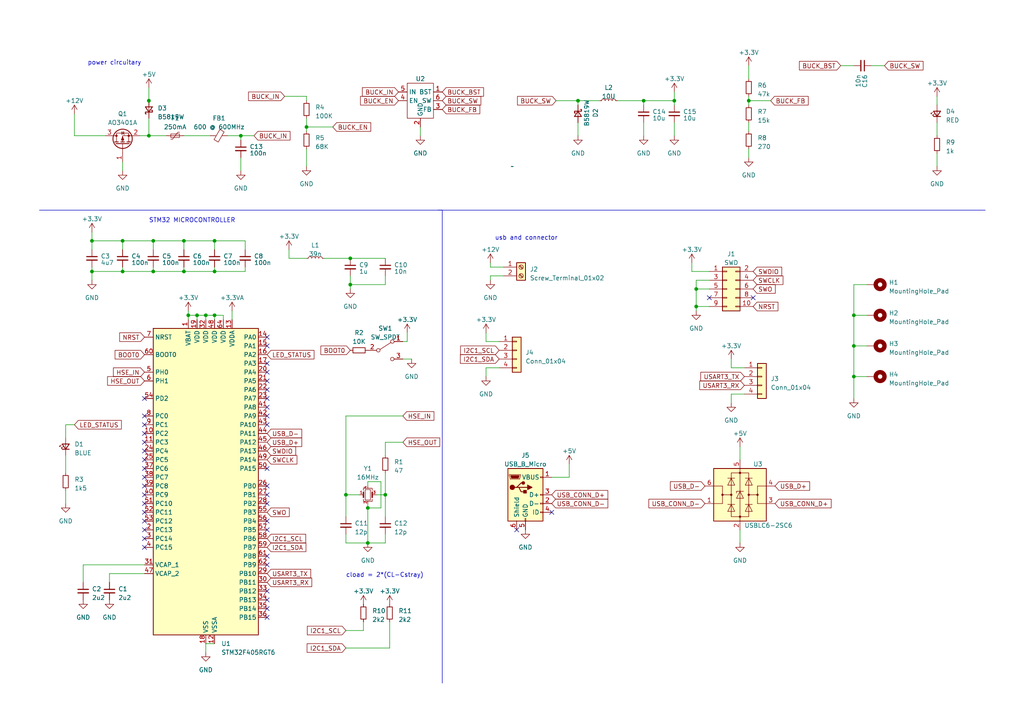
<source format=kicad_sch>
(kicad_sch (version 20230121) (generator eeschema)
  (paper "A4")
  (lib_symbols
    (symbol "Connector:Screw_Terminal_01x02" (pin_names (offset 1.016) hide)
      (property "Reference" "J" (at 0 2.54 0))
      (property "Value" "Screw_Terminal_01x02" (at 0 -5.08 0))
      (symbol "Screw_Terminal_01x02_1_1"
        (pin passive line (at -5.08 0 0) (length 3.81) (name "Pin_1") (number "1"))
        (pin passive line (at -5.08 -2.54 0) (length 3.81) (name "Pin_2") (number "2"))
      )
    )
    (symbol "Connector:USB_B_Micro" (pin_names (offset 1.016))
      (property "Reference" "J" (at -5.08 11.43 0))
      (property "Value" "USB_B_Micro" (at -5.08 8.89 0))
      (symbol "USB_B_Micro_1_1"
        (pin power_out line (at 7.62 5.08 180) (length 2.54) (name "VBUS") (number "1"))
        (pin bidirectional line (at 7.62 -2.54 180) (length 2.54) (name "D-") (number "2"))
        (pin bidirectional line (at 7.62 0 180) (length 2.54) (name "D+") (number "3"))
        (pin passive line (at 7.62 -5.08 180) (length 2.54) (name "ID") (number "4"))
        (pin power_out line (at 0 -10.16 90) (length 2.54) (name "GND") (number "5"))
        (pin passive line (at -2.54 -10.16 90) (length 2.54) (name "Shield") (number "6"))
      )
    )
    (symbol "Connector_Generic:Conn_01x04" (pin_names (offset 1.016) hide)
      (property "Reference" "J" (at 0 5.08 0))
      (property "Value" "Conn_01x04" (at 0 -7.62 0))
      (symbol "Conn_01x04_1_1"
        (pin passive line (at -5.08 2.54 0) (length 3.81) (name "Pin_1") (number "1"))
        (pin passive line (at -5.08 0 0) (length 3.81) (name "Pin_2") (number "2"))
        (pin passive line (at -5.08 -2.54 0) (length 3.81) (name "Pin_3") (number "3"))
        (pin passive line (at -5.08 -5.08 0) (length 3.81) (name "Pin_4") (number "4"))
      )
    )
    (symbol "Connector_Generic:Conn_02x05_Odd_Even" (pin_names (offset 1.016) hide)
      (property "Reference" "J" (at 1.27 7.62 0))
      (property "Value" "Conn_02x05_Odd_Even" (at 1.27 -7.62 0))
      (symbol "Conn_02x05_Odd_Even_1_1"
        (pin passive line (at -5.08 5.08 0) (length 3.81) (name "Pin_1") (number "1"))
        (pin passive line (at 7.62 -5.08 180) (length 3.81) (name "Pin_10") (number "10"))
        (pin passive line (at 7.62 5.08 180) (length 3.81) (name "Pin_2") (number "2"))
        (pin passive line (at -5.08 2.54 0) (length 3.81) (name "Pin_3") (number "3"))
        (pin passive line (at 7.62 2.54 180) (length 3.81) (name "Pin_4") (number "4"))
        (pin passive line (at -5.08 0 0) (length 3.81) (name "Pin_5") (number "5"))
        (pin passive line (at 7.62 0 180) (length 3.81) (name "Pin_6") (number "6"))
        (pin passive line (at -5.08 -2.54 0) (length 3.81) (name "Pin_7") (number "7"))
        (pin passive line (at 7.62 -2.54 180) (length 3.81) (name "Pin_8") (number "8"))
        (pin passive line (at -5.08 -5.08 0) (length 3.81) (name "Pin_9") (number "9"))
      )
    )
    (symbol "Device:C_Small" (pin_numbers hide) (pin_names (offset 0.254) hide)
      (property "Reference" "C" (at 0.254 1.778 0))
      (property "Value" "C_Small" (at 0.254 -2.032 0))
      (symbol "C_Small_1_1"
        (pin passive line (at 0 2.54 270) (length 2.032) (name "~") (number "1"))
        (pin passive line (at 0 -2.54 90) (length 2.032) (name "~") (number "2"))
      )
    )
    (symbol "Device:Crystal_GND24_Small" (pin_names (offset 1.016) hide)
      (property "Reference" "Y" (at 1.27 4.445 0))
      (property "Value" "Crystal_GND24_Small" (at 1.27 2.54 0))
      (symbol "Crystal_GND24_Small_1_1"
        (pin passive line (at -2.54 0 0) (length 1.27) (name "1") (number "1"))
        (pin passive line (at 0 -2.54 90) (length 0.635) (name "2") (number "2"))
        (pin passive line (at 2.54 0 180) (length 1.27) (name "3") (number "3"))
        (pin passive line (at 0 2.54 270) (length 0.635) (name "4") (number "4"))
      )
    )
    (symbol "Device:D_Schottky_Small" (pin_numbers hide) (pin_names (offset 0.254) hide)
      (property "Reference" "D" (at -1.27 2.032 0))
      (property "Value" "D_Schottky_Small" (at -7.112 -2.032 0))
      (symbol "D_Schottky_Small_1_1"
        (pin passive line (at -2.54 0 0) (length 1.778) (name "K") (number "1"))
        (pin passive line (at 2.54 0 180) (length 1.778) (name "A") (number "2"))
      )
    )
    (symbol "Device:FerriteBead_Small" (pin_numbers hide) (pin_names (offset 0))
      (property "Reference" "FB" (at 1.905 1.27 0))
      (property "Value" "FerriteBead_Small" (at 1.905 -1.27 0))
      (symbol "FerriteBead_Small_1_1"
        (pin passive line (at 0 2.54 270) (length 1.27) (name "~") (number "1"))
        (pin passive line (at 0 -2.54 90) (length 1.27) (name "~") (number "2"))
      )
    )
    (symbol "Device:LED_Small" (pin_numbers hide) (pin_names (offset 0.254) hide)
      (property "Reference" "D" (at -1.27 3.175 0))
      (property "Value" "LED_Small" (at -4.445 -2.54 0))
      (symbol "LED_Small_1_1"
        (pin passive line (at -2.54 0 0) (length 1.778) (name "K") (number "1"))
        (pin passive line (at 2.54 0 180) (length 1.778) (name "A") (number "2"))
      )
    )
    (symbol "Device:L_Small" (pin_numbers hide) (pin_names (offset 0.254) hide)
      (property "Reference" "L" (at 0.762 1.016 0))
      (property "Value" "L_Small" (at 0.762 -1.016 0))
      (symbol "L_Small_1_1"
        (pin passive line (at 0 2.54 270) (length 0.508) (name "~") (number "1"))
        (pin passive line (at 0 -2.54 90) (length 0.508) (name "~") (number "2"))
      )
    )
    (symbol "Device:Polyfuse_Small" (pin_numbers hide) (pin_names (offset 0))
      (property "Reference" "F" (at -1.905 0 90))
      (property "Value" "Polyfuse_Small" (at 1.905 0 90))
      (symbol "Polyfuse_Small_1_1"
        (pin passive line (at 0 2.54 270) (length 0.635) (name "~") (number "1"))
        (pin passive line (at 0 -2.54 90) (length 0.635) (name "~") (number "2"))
      )
    )
    (symbol "Device:R_Small" (pin_numbers hide) (pin_names (offset 0.254) hide)
      (property "Reference" "R" (at 0.762 0.508 0))
      (property "Value" "R_Small" (at 0.762 -1.016 0))
      (symbol "R_Small_1_1"
        (pin passive line (at 0 2.54 270) (length 0.762) (name "~") (number "1"))
        (pin passive line (at 0 -2.54 90) (length 0.762) (name "~") (number "2"))
      )
    )
    (symbol "MCU_ST_STM32F4:STM32F405RGTx"
      (property "Reference" "U" (at -15.24 46.99 0))
      (property "Value" "STM32F405RGTx" (at 10.16 46.99 0))
      (symbol "STM32F405RGTx_1_1"
        (pin power_in line (at -5.08 48.26 270) (length 2.54) (name "VBAT") (number "1"))
        (pin bidirectional line (at -17.78 15.24 0) (length 2.54) (name "PC2") (number "10"))
        (pin bidirectional line (at -17.78 12.7 0) (length 2.54) (name "PC3") (number "11"))
        (pin power_in line (at 2.54 -45.72 90) (length 2.54) (name "VSSA") (number "12"))
        (pin power_in line (at 7.62 48.26 270) (length 2.54) (name "VDDA") (number "13"))
        (pin bidirectional line (at 17.78 43.18 180) (length 2.54) (name "PA0") (number "14"))
        (pin bidirectional line (at 17.78 40.64 180) (length 2.54) (name "PA1") (number "15"))
        (pin bidirectional line (at 17.78 38.1 180) (length 2.54) (name "PA2") (number "16"))
        (pin bidirectional line (at 17.78 35.56 180) (length 2.54) (name "PA3") (number "17"))
        (pin power_in line (at 0 -45.72 90) (length 2.54) (name "VSS") (number "18"))
        (pin power_in line (at -2.54 48.26 270) (length 2.54) (name "VDD") (number "19"))
        (pin bidirectional line (at -17.78 -12.7 0) (length 2.54) (name "PC13") (number "2"))
        (pin bidirectional line (at 17.78 33.02 180) (length 2.54) (name "PA4") (number "20"))
        (pin bidirectional line (at 17.78 30.48 180) (length 2.54) (name "PA5") (number "21"))
        (pin bidirectional line (at 17.78 27.94 180) (length 2.54) (name "PA6") (number "22"))
        (pin bidirectional line (at 17.78 25.4 180) (length 2.54) (name "PA7") (number "23"))
        (pin bidirectional line (at -17.78 10.16 0) (length 2.54) (name "PC4") (number "24"))
        (pin bidirectional line (at -17.78 7.62 0) (length 2.54) (name "PC5") (number "25"))
        (pin bidirectional line (at 17.78 0 180) (length 2.54) (name "PB0") (number "26"))
        (pin bidirectional line (at 17.78 -2.54 180) (length 2.54) (name "PB1") (number "27"))
        (pin bidirectional line (at 17.78 -5.08 180) (length 2.54) (name "PB2") (number "28"))
        (pin bidirectional line (at 17.78 -25.4 180) (length 2.54) (name "PB10") (number "29"))
        (pin bidirectional line (at -17.78 -15.24 0) (length 2.54) (name "PC14") (number "3"))
        (pin bidirectional line (at 17.78 -27.94 180) (length 2.54) (name "PB11") (number "30"))
        (pin power_out line (at -17.78 -22.86 0) (length 2.54) (name "VCAP_1") (number "31"))
        (pin power_in line (at 0 48.26 270) (length 2.54) (name "VDD") (number "32"))
        (pin bidirectional line (at 17.78 -30.48 180) (length 2.54) (name "PB12") (number "33"))
        (pin bidirectional line (at 17.78 -33.02 180) (length 2.54) (name "PB13") (number "34"))
        (pin bidirectional line (at 17.78 -35.56 180) (length 2.54) (name "PB14") (number "35"))
        (pin bidirectional line (at 17.78 -38.1 180) (length 2.54) (name "PB15") (number "36"))
        (pin bidirectional line (at -17.78 5.08 0) (length 2.54) (name "PC6") (number "37"))
        (pin bidirectional line (at -17.78 2.54 0) (length 2.54) (name "PC7") (number "38"))
        (pin bidirectional line (at -17.78 0 0) (length 2.54) (name "PC8") (number "39"))
        (pin bidirectional line (at -17.78 -17.78 0) (length 2.54) (name "PC15") (number "4"))
        (pin bidirectional line (at -17.78 -2.54 0) (length 2.54) (name "PC9") (number "40"))
        (pin bidirectional line (at 17.78 22.86 180) (length 2.54) (name "PA8") (number "41"))
        (pin bidirectional line (at 17.78 20.32 180) (length 2.54) (name "PA9") (number "42"))
        (pin bidirectional line (at 17.78 17.78 180) (length 2.54) (name "PA10") (number "43"))
        (pin bidirectional line (at 17.78 15.24 180) (length 2.54) (name "PA11") (number "44"))
        (pin bidirectional line (at 17.78 12.7 180) (length 2.54) (name "PA12") (number "45"))
        (pin bidirectional line (at 17.78 10.16 180) (length 2.54) (name "PA13") (number "46"))
        (pin power_out line (at -17.78 -25.4 0) (length 2.54) (name "VCAP_2") (number "47"))
        (pin power_in line (at 2.54 48.26 270) (length 2.54) (name "VDD") (number "48"))
        (pin bidirectional line (at 17.78 7.62 180) (length 2.54) (name "PA14") (number "49"))
        (pin bidirectional line (at -17.78 33.02 0) (length 2.54) (name "PH0") (number "5"))
        (pin bidirectional line (at 17.78 5.08 180) (length 2.54) (name "PA15") (number "50"))
        (pin bidirectional line (at -17.78 -5.08 0) (length 2.54) (name "PC10") (number "51"))
        (pin bidirectional line (at -17.78 -7.62 0) (length 2.54) (name "PC11") (number "52"))
        (pin bidirectional line (at -17.78 -10.16 0) (length 2.54) (name "PC12") (number "53"))
        (pin bidirectional line (at -17.78 25.4 0) (length 2.54) (name "PD2") (number "54"))
        (pin bidirectional line (at 17.78 -7.62 180) (length 2.54) (name "PB3") (number "55"))
        (pin bidirectional line (at 17.78 -10.16 180) (length 2.54) (name "PB4") (number "56"))
        (pin bidirectional line (at 17.78 -12.7 180) (length 2.54) (name "PB5") (number "57"))
        (pin bidirectional line (at 17.78 -15.24 180) (length 2.54) (name "PB6") (number "58"))
        (pin bidirectional line (at 17.78 -17.78 180) (length 2.54) (name "PB7") (number "59"))
        (pin bidirectional line (at -17.78 30.48 0) (length 2.54) (name "PH1") (number "6"))
        (pin input line (at -17.78 38.1 0) (length 2.54) (name "BOOT0") (number "60"))
        (pin bidirectional line (at 17.78 -20.32 180) (length 2.54) (name "PB8") (number "61"))
        (pin bidirectional line (at 17.78 -22.86 180) (length 2.54) (name "PB9") (number "62"))
        (pin passive line (at 0 -45.72 90) (length 2.54) hide (name "VSS") (number "63"))
        (pin power_in line (at 5.08 48.26 270) (length 2.54) (name "VDD") (number "64"))
        (pin input line (at -17.78 43.18 0) (length 2.54) (name "NRST") (number "7"))
        (pin bidirectional line (at -17.78 20.32 0) (length 2.54) (name "PC0") (number "8"))
        (pin bidirectional line (at -17.78 17.78 0) (length 2.54) (name "PC1") (number "9"))
      )
    )
    (symbol "Mechanical:MountingHole_Pad" (pin_numbers hide) (pin_names (offset 1.016) hide)
      (property "Reference" "H" (at 0 6.35 0))
      (property "Value" "MountingHole_Pad" (at 0 4.445 0))
      (symbol "MountingHole_Pad_1_1"
        (pin input line (at 0 -2.54 90) (length 2.54) (name "1") (number "1"))
      )
    )
    (symbol "Power_Protection:USBLC6-2SC6" (pin_names hide)
      (property "Reference" "U" (at 2.54 8.89 0))
      (property "Value" "USBLC6-2SC6" (at 2.54 -8.89 0))
      (symbol "USBLC6-2SC6_1_1"
        (pin passive line (at -10.16 -2.54 0) (length 2.54) (name "I/O1") (number "1"))
        (pin passive line (at 0 -10.16 90) (length 2.54) (name "GND") (number "2"))
        (pin passive line (at 10.16 -2.54 180) (length 2.54) (name "I/O2") (number "3"))
        (pin passive line (at 10.16 2.54 180) (length 2.54) (name "I/O2") (number "4"))
        (pin passive line (at 0 10.16 270) (length 2.54) (name "VBUS") (number "5"))
        (pin passive line (at -10.16 2.54 0) (length 2.54) (name "I/O1") (number "6"))
      )
    )
    (symbol "Switch:SW_SPDT" (pin_names (offset 0) hide)
      (property "Reference" "SW" (at 0 4.318 0))
      (property "Value" "SW_SPDT" (at 0 -5.08 0))
      (symbol "SW_SPDT_1_1"
        (pin passive line (at 5.08 2.54 180) (length 2.54) (name "A") (number "1"))
        (pin passive line (at -5.08 0 0) (length 2.54) (name "B") (number "2"))
        (pin passive line (at 5.08 -2.54 180) (length 2.54) (name "C") (number "3"))
      )
    )
    (symbol "Transistor_FET:AO3401A" (pin_names hide)
      (property "Reference" "Q" (at 5.08 1.905 0))
      (property "Value" "AO3401A" (at 5.08 0 0))
      (symbol "AO3401A_1_1"
        (pin input line (at -5.08 0 0) (length 2.54) (name "G") (number "1"))
        (pin passive line (at 2.54 -5.08 90) (length 2.54) (name "S") (number "2"))
        (pin passive line (at 2.54 5.08 270) (length 2.54) (name "D") (number "3"))
      )
    )
    (symbol "mp2359:MP2359DI-LF-Z"
      (property "Reference" "U" (at 0 0 0))
      (symbol "MP2359DI-LF-Z_1_1"
        (pin input line (at -20.32 21.59 180) (length 2.54) (name "BST") (number "1"))
        (pin input line (at -26.67 11.43 90) (length 2.54) (name "GND") (number "2"))
        (pin input line (at -20.32 16.51 180) (length 2.54) (name "FB") (number "3"))
        (pin input line (at -33.02 19.05 0) (length 2.54) (name "EN") (number "4"))
        (pin input line (at -33.02 21.59 0) (length 2.54) (name "IN") (number "5"))
        (pin input line (at -20.32 19.05 180) (length 2.54) (name "SW") (number "6"))
      )
    )
    (symbol "power:+12V" (power) (pin_names (offset 0))
      (property "Value" "+12V" (at 0 3.556 0))
      (symbol "+12V_1_1"
        (pin power_in line (at 0 0 90) (length 0) hide (name "+12V") (number "1"))
      )
    )
    (symbol "power:+3.3V" (power) (pin_names (offset 0))
      (property "Value" "+3.3V" (at 0 3.556 0))
      (symbol "+3.3V_1_1"
        (pin power_in line (at 0 0 90) (length 0) hide (name "+3.3V") (number "1"))
      )
    )
    (symbol "power:+3.3VA" (power) (pin_names (offset 0))
      (property "Value" "+3.3VA" (at 0 3.556 0))
      (symbol "+3.3VA_1_1"
        (pin power_in line (at 0 0 90) (length 0) hide (name "+3.3VA") (number "1"))
      )
    )
    (symbol "power:+5V" (power) (pin_names (offset 0))
      (property "Value" "+5V" (at 0 3.556 0))
      (symbol "+5V_1_1"
        (pin power_in line (at 0 0 90) (length 0) hide (name "+5V") (number "1"))
      )
    )
    (symbol "power:GND" (power) (pin_names (offset 0))
      (property "Value" "GND" (at 0 -3.81 0))
      (symbol "GND_1_1"
        (pin power_in line (at 0 0 270) (length 0) hide (name "GND") (number "1"))
      )
    )
  )
  (junction (at 247.65 100.33))
  (junction (at 26.67 78.74))
  (junction (at 106.68 147.32))
  (junction (at 111.76 143.51))
  (junction (at 35.56 69.85))
  (junction (at 62.23 78.74))
  (junction (at 201.93 88.9))
  (junction (at 247.65 109.22))
  (junction (at 54.61 91.44))
  (junction (at 44.45 78.74))
  (junction (at 100.33 143.51))
  (junction (at 43.18 29.21))
  (junction (at 106.68 157.48))
  (junction (at 44.45 69.85))
  (junction (at 59.69 91.44))
  (junction (at 53.34 78.74))
  (junction (at 53.34 69.85))
  (junction (at 101.6 82.55))
  (junction (at 88.9 36.83))
  (junction (at 247.65 91.44))
  (junction (at 43.18 39.37))
  (junction (at 217.17 29.21))
  (junction (at 62.23 69.85))
  (junction (at 167.64 29.21))
  (junction (at 201.93 83.82))
  (junction (at 69.85 39.37))
  (junction (at 195.58 29.21))
  (junction (at 101.6 74.93))
  (junction (at 35.56 78.74))
  (junction (at 186.69 29.21))
  (junction (at 26.67 69.85))
  (junction (at 62.23 91.44))
  (junction (at 57.15 91.44))
  (no_connect (at 41.91 158.75))
  (no_connect (at 77.47 171.45))
  (no_connect (at 41.91 138.43))
  (no_connect (at 41.91 146.05))
  (no_connect (at 41.91 153.67))
  (no_connect (at 41.91 143.51))
  (no_connect (at 205.74 86.36))
  (no_connect (at 77.47 105.41))
  (no_connect (at 41.91 133.35))
  (no_connect (at 160.02 148.59))
  (no_connect (at 77.47 135.89))
  (no_connect (at 149.86 153.67))
  (no_connect (at 41.91 120.65))
  (no_connect (at 77.47 110.49))
  (no_connect (at 218.44 86.36))
  (no_connect (at 77.47 143.51))
  (no_connect (at 77.47 120.65))
  (no_connect (at 77.47 140.97))
  (no_connect (at 77.47 176.53))
  (no_connect (at 77.47 100.33))
  (no_connect (at 41.91 130.81))
  (no_connect (at 77.47 179.07))
  (no_connect (at 41.91 140.97))
  (no_connect (at 77.47 146.05))
  (no_connect (at 41.91 151.13))
  (no_connect (at 41.91 115.57))
  (no_connect (at 77.47 123.19))
  (no_connect (at 41.91 148.59))
  (no_connect (at 77.47 107.95))
  (no_connect (at 77.47 153.67))
  (no_connect (at 77.47 113.03))
  (no_connect (at 41.91 125.73))
  (no_connect (at 77.47 161.29))
  (no_connect (at 77.47 173.99))
  (no_connect (at 41.91 123.19))
  (no_connect (at 77.47 118.11))
  (no_connect (at 41.91 156.21))
  (no_connect (at 77.47 151.13))
  (no_connect (at 41.91 128.27))
  (no_connect (at 41.91 135.89))
  (no_connect (at 77.47 97.79))
  (no_connect (at 77.47 163.83))
  (no_connect (at 77.47 115.57))
  (wire (pts (xy 186.69 29.21) (xy 186.69 30.48)))
  (wire (pts (xy 113.03 180.34) (xy 113.03 187.96)))
  (wire (pts (xy 271.78 27.94) (xy 271.78 30.48)))
  (wire (pts (xy 217.17 19.05) (xy 217.17 22.86)))
  (wire (pts (xy 62.23 77.47) (xy 62.23 78.74)))
  (wire (pts (xy 116.84 104.14) (xy 119.38 104.14)))
  (wire (pts (xy 212.09 116.84) (xy 212.09 114.3)))
  (wire (pts (xy 201.93 83.82) (xy 201.93 88.9)))
  (wire (pts (xy 57.15 91.44) (xy 57.15 92.71)))
  (wire (pts (xy 247.65 109.22) (xy 247.65 115.57)))
  (wire (pts (xy 100.33 149.86) (xy 100.33 143.51)))
  (wire (pts (xy 66.04 39.37) (xy 69.85 39.37)))
  (wire (pts (xy 111.76 128.27) (xy 116.84 128.27)))
  (wire (pts (xy 35.56 77.47) (xy 35.56 78.74)))
  (wire (pts (xy 214.63 153.67) (xy 214.63 157.48)))
  (wire (pts (xy 62.23 69.85) (xy 53.34 69.85)))
  (wire (pts (xy 167.64 29.21) (xy 167.64 30.48)))
  (wire (pts (xy 53.34 69.85) (xy 44.45 69.85)))
  (wire (pts (xy 24.13 163.83) (xy 24.13 168.91)))
  (wire (pts (xy 142.24 76.2) (xy 142.24 77.47)))
  (wire (pts (xy 142.24 80.01) (xy 142.24 81.28)))
  (wire (pts (xy 62.23 91.44) (xy 62.23 92.71)))
  (wire (pts (xy 59.69 186.69) (xy 62.23 186.69)))
  (wire (pts (xy 44.45 77.47) (xy 44.45 78.74)))
  (wire (pts (xy 111.76 132.08) (xy 111.76 128.27)))
  (wire (pts (xy 110.49 147.32) (xy 106.68 147.32)))
  (wire (pts (xy 43.18 25.4) (xy 43.18 29.21)))
  (wire (pts (xy 43.18 39.37) (xy 48.26 39.37)))
  (wire (pts (xy 44.45 78.74) (xy 35.56 78.74)))
  (polyline (pts (xy 127 60.96) (xy 285.75 60.96)))
  (wire (pts (xy 205.74 78.74) (xy 200.66 78.74)))
  (wire (pts (xy 62.23 78.74) (xy 53.34 78.74)))
  (wire (pts (xy 41.91 166.37) (xy 31.75 166.37)))
  (wire (pts (xy 144.78 99.06) (xy 140.97 99.06)))
  (wire (pts (xy 111.76 137.16) (xy 111.76 143.51)))
  (wire (pts (xy 101.6 80.01) (xy 101.6 82.55)))
  (wire (pts (xy 88.9 29.21) (xy 88.9 27.94)))
  (wire (pts (xy 83.82 74.93) (xy 88.9 74.93)))
  (wire (pts (xy 116.84 99.06) (xy 118.11 99.06)))
  (wire (pts (xy 144.78 106.68) (xy 140.97 106.68)))
  (wire (pts (xy 186.69 29.21) (xy 195.58 29.21)))
  (wire (pts (xy 100.33 143.51) (xy 104.14 143.51)))
  (wire (pts (xy 201.93 88.9) (xy 201.93 90.17)))
  (wire (pts (xy 59.69 91.44) (xy 62.23 91.44)))
  (wire (pts (xy 214.63 129.54) (xy 214.63 133.35)))
  (wire (pts (xy 251.46 82.55) (xy 247.65 82.55)))
  (wire (pts (xy 106.68 147.32) (xy 106.68 157.48)))
  (wire (pts (xy 247.65 91.44) (xy 247.65 100.33)))
  (wire (pts (xy 53.34 69.85) (xy 53.34 72.39)))
  (polyline (pts (xy 128.27 60.96) (xy 128.27 198.12)))
  (wire (pts (xy 247.65 109.22) (xy 251.46 109.22)))
  (wire (pts (xy 247.65 82.55) (xy 247.65 91.44)))
  (wire (pts (xy 111.76 82.55) (xy 101.6 82.55)))
  (wire (pts (xy 96.52 36.83) (xy 88.9 36.83)))
  (wire (pts (xy 69.85 39.37) (xy 69.85 40.64)))
  (wire (pts (xy 111.76 80.01) (xy 111.76 82.55)))
  (wire (pts (xy 161.29 29.21) (xy 167.64 29.21)))
  (wire (pts (xy 26.67 78.74) (xy 26.67 81.28)))
  (wire (pts (xy 44.45 69.85) (xy 35.56 69.85)))
  (wire (pts (xy 35.56 46.99) (xy 35.56 49.53)))
  (wire (pts (xy 26.67 69.85) (xy 26.67 72.39)))
  (wire (pts (xy 59.69 186.69) (xy 59.69 189.23)))
  (wire (pts (xy 54.61 90.17) (xy 54.61 91.44)))
  (wire (pts (xy 31.75 166.37) (xy 31.75 168.91)))
  (wire (pts (xy 212.09 104.14) (xy 212.09 106.68)))
  (wire (pts (xy 217.17 27.94) (xy 217.17 29.21)))
  (wire (pts (xy 101.6 74.93) (xy 111.76 74.93)))
  (wire (pts (xy 247.65 100.33) (xy 251.46 100.33)))
  (wire (pts (xy 105.41 180.34) (xy 105.41 182.88)))
  (wire (pts (xy 106.68 140.97) (xy 106.68 139.7)))
  (wire (pts (xy 105.41 182.88) (xy 100.33 182.88)))
  (wire (pts (xy 41.91 163.83) (xy 24.13 163.83)))
  (wire (pts (xy 43.18 34.29) (xy 43.18 39.37)))
  (wire (pts (xy 113.03 187.96) (xy 100.33 187.96)))
  (wire (pts (xy 111.76 143.51) (xy 111.76 149.86)))
  (wire (pts (xy 35.56 78.74) (xy 26.67 78.74)))
  (wire (pts (xy 212.09 114.3) (xy 215.9 114.3)))
  (wire (pts (xy 118.11 99.06) (xy 118.11 96.52)))
  (wire (pts (xy 111.76 157.48) (xy 111.76 154.94)))
  (wire (pts (xy 195.58 26.67) (xy 195.58 29.21)))
  (wire (pts (xy 26.67 77.47) (xy 26.67 78.74)))
  (wire (pts (xy 40.64 39.37) (xy 43.18 39.37)))
  (wire (pts (xy 195.58 29.21) (xy 195.58 30.48)))
  (wire (pts (xy 62.23 91.44) (xy 64.77 91.44)))
  (wire (pts (xy 59.69 91.44) (xy 59.69 92.71)))
  (wire (pts (xy 101.6 74.93) (xy 93.98 74.93)))
  (wire (pts (xy 271.78 35.56) (xy 271.78 39.37)))
  (wire (pts (xy 247.65 100.33) (xy 247.65 109.22)))
  (wire (pts (xy 19.05 142.24) (xy 19.05 146.05)))
  (polyline (pts (xy 11.43 60.96) (xy 128.27 60.96)))
  (wire (pts (xy 57.15 91.44) (xy 59.69 91.44)))
  (wire (pts (xy 100.33 120.65) (xy 100.33 143.51)))
  (wire (pts (xy 88.9 43.18) (xy 88.9 48.26)))
  (wire (pts (xy 53.34 77.47) (xy 53.34 78.74)))
  (wire (pts (xy 165.1 134.62) (xy 165.1 138.43)))
  (wire (pts (xy 88.9 27.94) (xy 82.55 27.94)))
  (wire (pts (xy 186.69 35.56) (xy 186.69 39.37)))
  (wire (pts (xy 205.74 81.28) (xy 201.93 81.28)))
  (wire (pts (xy 121.92 36.83) (xy 121.92 39.37)))
  (wire (pts (xy 217.17 29.21) (xy 217.17 30.48)))
  (wire (pts (xy 67.31 90.17) (xy 67.31 92.71)))
  (wire (pts (xy 21.59 39.37) (xy 30.48 39.37)))
  (wire (pts (xy 167.64 35.56) (xy 167.64 39.37)))
  (wire (pts (xy 247.65 91.44) (xy 251.46 91.44)))
  (wire (pts (xy 53.34 78.74) (xy 44.45 78.74)))
  (wire (pts (xy 140.97 99.06) (xy 140.97 96.52)))
  (wire (pts (xy 88.9 36.83) (xy 88.9 38.1)))
  (wire (pts (xy 146.05 80.01) (xy 142.24 80.01)))
  (wire (pts (xy 217.17 35.56) (xy 217.17 38.1)))
  (wire (pts (xy 53.34 39.37) (xy 60.96 39.37)))
  (wire (pts (xy 201.93 81.28) (xy 201.93 83.82)))
  (wire (pts (xy 71.12 78.74) (xy 62.23 78.74)))
  (wire (pts (xy 200.66 78.74) (xy 200.66 76.2)))
  (wire (pts (xy 19.05 127) (xy 19.05 123.19)))
  (wire (pts (xy 106.68 146.05) (xy 106.68 147.32)))
  (wire (pts (xy 243.84 19.05) (xy 247.65 19.05)))
  (wire (pts (xy 217.17 43.18) (xy 217.17 45.72)))
  (wire (pts (xy 64.77 92.71) (xy 64.77 91.44)))
  (wire (pts (xy 106.68 139.7) (xy 110.49 139.7)))
  (wire (pts (xy 35.56 69.85) (xy 35.56 72.39)))
  (wire (pts (xy 201.93 88.9) (xy 205.74 88.9)))
  (wire (pts (xy 26.67 67.31) (xy 26.67 69.85)))
  (wire (pts (xy 167.64 29.21) (xy 173.99 29.21)))
  (wire (pts (xy 142.24 77.47) (xy 146.05 77.47)))
  (wire (pts (xy 88.9 34.29) (xy 88.9 36.83)))
  (wire (pts (xy 19.05 132.08) (xy 19.05 137.16)))
  (wire (pts (xy 106.68 157.48) (xy 111.76 157.48)))
  (wire (pts (xy 101.6 82.55) (xy 101.6 83.82)))
  (wire (pts (xy 71.12 69.85) (xy 62.23 69.85)))
  (wire (pts (xy 100.33 154.94) (xy 100.33 157.48)))
  (wire (pts (xy 109.22 143.51) (xy 111.76 143.51)))
  (wire (pts (xy 71.12 77.47) (xy 71.12 78.74)))
  (wire (pts (xy 100.33 157.48) (xy 106.68 157.48)))
  (wire (pts (xy 62.23 69.85) (xy 62.23 72.39)))
  (wire (pts (xy 217.17 29.21) (xy 223.52 29.21)))
  (wire (pts (xy 69.85 45.72) (xy 69.85 49.53)))
  (wire (pts (xy 21.59 33.02) (xy 21.59 39.37)))
  (wire (pts (xy 271.78 44.45) (xy 271.78 48.26)))
  (wire (pts (xy 212.09 106.68) (xy 215.9 106.68)))
  (wire (pts (xy 44.45 69.85) (xy 44.45 72.39)))
  (wire (pts (xy 140.97 106.68) (xy 140.97 109.22)))
  (wire (pts (xy 110.49 139.7) (xy 110.49 147.32)))
  (wire (pts (xy 195.58 35.56) (xy 195.58 39.37)))
  (wire (pts (xy 83.82 72.39) (xy 83.82 74.93)))
  (wire (pts (xy 71.12 72.39) (xy 71.12 69.85)))
  (wire (pts (xy 54.61 91.44) (xy 57.15 91.44)))
  (wire (pts (xy 201.93 83.82) (xy 205.74 83.82)))
  (wire (pts (xy 165.1 138.43) (xy 160.02 138.43)))
  (wire (pts (xy 69.85 39.37) (xy 73.66 39.37)))
  (wire (pts (xy 54.61 91.44) (xy 54.61 92.71)))
  (wire (pts (xy 100.33 120.65) (xy 116.84 120.65)))
  (wire (pts (xy 19.05 123.19) (xy 21.59 123.19)))
  (wire (pts (xy 179.07 29.21) (xy 186.69 29.21)))
  (wire (pts (xy 43.18 29.21) (xy 43.18 30.48)))
  (wire (pts (xy 252.73 19.05) (xy 256.54 19.05)))
  (wire (pts (xy 35.56 69.85) (xy 26.67 69.85)))
  (text "usb and connector" (at 143.51 69.85 0) (effects (font (size 1.27 1.27)) (justify left bottom)))
  (text "STM32 MICROCONTROLLER\n" (at 43.18 64.77 0) (effects (font (size 1.27 1.27)) (justify left bottom)))
  (text "power circuitary" (at 25.4 19.05 0) (effects (font (size 1.27 1.27)) (justify left bottom)))
  (text "cload = 2*(CL-Cstray)" (at 100.33 167.64 0) (effects (font (size 1.27 1.27)) (justify left bottom)))
  (global_label "USB_D+" (shape input) (at 224.79 140.97 0) (property "Intersheetrefs" "${INTERSHEET_REFS}" (effects hide)))
  (global_label "HSE_OUT" (shape input) (at 116.84 128.27 0) (property "Intersheetrefs" "${INTERSHEET_REFS}" (effects hide)))
  (global_label "BUCK_IN" (shape input) (at 73.66 39.37 0) (property "Intersheetrefs" "${INTERSHEET_REFS}" (effects hide)))
  (global_label "SWO" (shape input) (at 218.44 83.82 0) (property "Intersheetrefs" "${INTERSHEET_REFS}" (effects hide)))
  (global_label "NRST" (shape input) (at 218.44 88.9 0) (property "Intersheetrefs" "${INTERSHEET_REFS}" (effects hide)))
  (global_label "BUCK_BST" (shape input) (at 128.27 26.67 0) (property "Intersheetrefs" "${INTERSHEET_REFS}" (effects hide)))
  (global_label "BOOT0" (shape input) (at 101.6 101.6 180) (property "Intersheetrefs" "${INTERSHEET_REFS}" (effects hide)))
  (global_label "BOOT0" (shape input) (at 41.91 102.87 180) (property "Intersheetrefs" "${INTERSHEET_REFS}" (effects hide)))
  (global_label "BUCK_SW" (shape input) (at 128.27 29.21 0) (property "Intersheetrefs" "${INTERSHEET_REFS}" (effects hide)))
  (global_label "SWDIO" (shape input) (at 77.47 130.81 0) (property "Intersheetrefs" "${INTERSHEET_REFS}" (effects hide)))
  (global_label "BUCK_IN" (shape input) (at 115.57 26.67 180) (property "Intersheetrefs" "${INTERSHEET_REFS}" (effects hide)))
  (global_label "LED_STATUS" (shape input) (at 77.47 102.87 0) (property "Intersheetrefs" "${INTERSHEET_REFS}" (effects hide)))
  (global_label "HSE_IN" (shape input) (at 116.84 120.65 0) (property "Intersheetrefs" "${INTERSHEET_REFS}" (effects hide)))
  (global_label "BUCK_FB" (shape input) (at 223.52 29.21 0) (property "Intersheetrefs" "${INTERSHEET_REFS}" (effects hide)))
  (global_label "I2C1_SCL" (shape input) (at 144.78 101.6 180) (property "Intersheetrefs" "${INTERSHEET_REFS}" (effects hide)))
  (global_label "I2C1_SDA" (shape input) (at 144.78 104.14 180) (property "Intersheetrefs" "${INTERSHEET_REFS}" (effects hide)))
  (global_label "I2C1_SDA" (shape input) (at 77.47 158.75 0) (property "Intersheetrefs" "${INTERSHEET_REFS}" (effects hide)))
  (global_label "I2C1_SDA" (shape input) (at 100.33 187.96 180) (property "Intersheetrefs" "${INTERSHEET_REFS}" (effects hide)))
  (global_label "USART3_RX" (shape input) (at 77.47 168.91 0) (property "Intersheetrefs" "${INTERSHEET_REFS}" (effects hide)))
  (global_label "USB_CONN_D-" (shape input) (at 204.47 146.05 180) (property "Intersheetrefs" "${INTERSHEET_REFS}" (effects hide)))
  (global_label "I2C1_SCL" (shape input) (at 100.33 182.88 180) (property "Intersheetrefs" "${INTERSHEET_REFS}" (effects hide)))
  (global_label "LED_STATUS" (shape input) (at 21.59 123.19 0) (property "Intersheetrefs" "${INTERSHEET_REFS}" (effects hide)))
  (global_label "USB_CONN_D+" (shape input) (at 160.02 143.51 0) (property "Intersheetrefs" "${INTERSHEET_REFS}" (effects hide)))
  (global_label "USB_D-" (shape input) (at 204.47 140.97 180) (property "Intersheetrefs" "${INTERSHEET_REFS}" (effects hide)))
  (global_label "BUCK_EN" (shape input) (at 96.52 36.83 0) (property "Intersheetrefs" "${INTERSHEET_REFS}" (effects hide)))
  (global_label "HSE_IN" (shape input) (at 41.91 107.95 180) (property "Intersheetrefs" "${INTERSHEET_REFS}" (effects hide)))
  (global_label "NRST" (shape input) (at 41.91 97.79 180) (property "Intersheetrefs" "${INTERSHEET_REFS}" (effects hide)))
  (global_label "SWDIO" (shape input) (at 218.44 78.74 0) (property "Intersheetrefs" "${INTERSHEET_REFS}" (effects hide)))
  (global_label "BUCK_SW" (shape input) (at 256.54 19.05 0) (property "Intersheetrefs" "${INTERSHEET_REFS}" (effects hide)))
  (global_label "SWCLK" (shape input) (at 218.44 81.28 0) (property "Intersheetrefs" "${INTERSHEET_REFS}" (effects hide)))
  (global_label "USART3_TX" (shape input) (at 77.47 166.37 0) (property "Intersheetrefs" "${INTERSHEET_REFS}" (effects hide)))
  (global_label "USB_CONN_D-" (shape input) (at 160.02 146.05 0) (property "Intersheetrefs" "${INTERSHEET_REFS}" (effects hide)))
  (global_label "USART3_RX" (shape input) (at 215.9 111.76 180) (property "Intersheetrefs" "${INTERSHEET_REFS}" (effects hide)))
  (global_label "I2C1_SCL" (shape input) (at 77.47 156.21 0) (property "Intersheetrefs" "${INTERSHEET_REFS}" (effects hide)))
  (global_label "BUCK_FB" (shape input) (at 128.27 31.75 0) (property "Intersheetrefs" "${INTERSHEET_REFS}" (effects hide)))
  (global_label "USART3_TX" (shape input) (at 215.9 109.22 180) (property "Intersheetrefs" "${INTERSHEET_REFS}" (effects hide)))
  (global_label "HSE_OUT" (shape input) (at 41.91 110.49 180) (property "Intersheetrefs" "${INTERSHEET_REFS}" (effects hide)))
  (global_label "USB_CONN_D+" (shape input) (at 224.79 146.05 0) (property "Intersheetrefs" "${INTERSHEET_REFS}" (effects hide)))
  (global_label "BUCK_BST" (shape input) (at 243.84 19.05 180) (property "Intersheetrefs" "${INTERSHEET_REFS}" (effects hide)))
  (global_label "SWCLK" (shape input) (at 77.47 133.35 0) (property "Intersheetrefs" "${INTERSHEET_REFS}" (effects hide)))
  (global_label "USB_D+" (shape input) (at 77.47 128.27 0) (property "Intersheetrefs" "${INTERSHEET_REFS}" (effects hide)))
  (global_label "BUCK_IN" (shape input) (at 82.55 27.94 180) (property "Intersheetrefs" "${INTERSHEET_REFS}" (effects hide)))
  (global_label "BUCK_EN" (shape input) (at 115.57 29.21 180) (property "Intersheetrefs" "${INTERSHEET_REFS}" (effects hide)))
  (global_label "USB_D-" (shape input) (at 77.47 125.73 0) (property "Intersheetrefs" "${INTERSHEET_REFS}" (effects hide)))
  (global_label "BUCK_SW" (shape input) (at 161.29 29.21 180) (property "Intersheetrefs" "${INTERSHEET_REFS}" (effects hide)))
  (global_label "SWO" (shape input) (at 77.47 148.59 0) (property "Intersheetrefs" "${INTERSHEET_REFS}" (effects hide)))
  (symbol (lib_id "Device:R_Small") (at 217.17 40.64 180) (unit 1)
    (property "Reference" "R8" (at 219.71 40.005 0) (effects (justify right)))
    (property "Value" "270" (at 219.71 42.545 0) (effects (justify right)))
    (property "Footprint" "Resistor_SMD:R_0603_1608Metric" (effects hide))
  )
  (symbol (lib_id "Device:D_Schottky_Small") (at 167.64 33.02 270) (unit 1)
    (property "Reference" "D2" (at 172.72 32.766 0))
    (property "Value" "B5819W" (at 170.18 32.766 0))
    (property "Footprint" "Diode_SMD:D_SOD-123" (effects hide))
  )
  (symbol (lib_id "power:GND") (at 195.58 39.37 0) (unit 1)
    (property "Reference" "#PWR023" (effects hide))
    (property "Value" "GND" (at 195.58 44.45 0))
  )
  (symbol (lib_id "mp2359:MP2359DI-LF-Z") (at 148.59 48.26 0) (unit 1)
    (property "Reference" "U2" (at 121.92 22.86 0))
    (property "Value" "~" (at 148.59 48.26 0))
    (property "Footprint" "Package_TO_SOT_SMD:SOT-23-6" (effects hide))
  )
  (symbol (lib_id "power:GND") (at 31.75 173.99 0) (unit 1)
    (property "Reference" "#PWR03" (effects hide))
    (property "Value" "GND" (at 31.75 179.07 0))
  )
  (symbol (lib_id "Device:C_Small") (at 44.45 74.93 0) (unit 1)
    (property "Reference" "C5" (at 46.99 74.3013 0) (effects (justify left)))
    (property "Value" "100n" (at 46.99 76.2 0) (effects (justify left)))
    (property "Footprint" "Capacitor_SMD:C_0402_1005Metric" (effects hide))
  )
  (symbol (lib_id "power:GND") (at 101.6 83.82 0) (unit 1)
    (property "Reference" "#PWR012" (effects hide))
    (property "Value" "GND" (at 101.6 88.9 0))
  )
  (symbol (lib_id "Device:C_Small") (at 53.34 74.93 0) (unit 1)
    (property "Reference" "C6" (at 55.88 74.3013 0) (effects (justify left)))
    (property "Value" "100n" (at 55.88 76.2 0) (effects (justify left)))
    (property "Footprint" "Capacitor_SMD:C_0402_1005Metric" (effects hide))
  )
  (symbol (lib_id "power:+3.3V") (at 140.97 96.52 0) (unit 1)
    (property "Reference" "#PWR034" (effects hide))
    (property "Value" "+3.3V" (at 140.97 92.71 0))
  )
  (symbol (lib_id "power:+3.3V") (at 217.17 19.05 0) (unit 1)
    (property "Reference" "#PWR026" (effects hide))
    (property "Value" "+3.3V" (at 217.17 15.24 0))
  )
  (symbol (lib_id "Device:C_Small") (at 100.33 152.4 0) (unit 1)
    (property "Reference" "C11" (at 102.87 151.7713 0) (effects (justify left)))
    (property "Value" "12p" (at 102.87 154.3113 0) (effects (justify left)))
    (property "Footprint" "Capacitor_SMD:C_0402_1005Metric" (effects hide))
  )
  (symbol (lib_id "power:GND") (at 19.05 146.05 0) (unit 1)
    (property "Reference" "#PWR014" (effects hide))
    (property "Value" "GND" (at 19.05 151.13 0))
  )
  (symbol (lib_id "Device:C_Small") (at 24.13 171.45 0) (unit 1)
    (property "Reference" "C2" (at 26.67 170.8213 0) (effects (justify left)))
    (property "Value" "2u2" (at 26.67 173.3613 0) (effects (justify left)))
    (property "Footprint" "Capacitor_SMD:C_0603_1608Metric" (effects hide))
  )
  (symbol (lib_id "Connector:Screw_Terminal_01x02") (at 151.13 77.47 0) (unit 1)
    (property "Reference" "J2" (at 153.67 78.105 0) (effects (justify left)))
    (property "Value" "Screw_Terminal_01x02" (at 153.67 80.645 0) (effects (justify left)))
    (property "Footprint" "TerminalBlock_Phoenix:TerminalBlock_Phoenix_PT-1,5-2-3.5-H_1x02_P3.50mm_Horizontal" (effects hide))
  )
  (symbol (lib_id "power:GND") (at 106.68 157.48 0) (unit 1)
    (property "Reference" "#PWR013" (effects hide))
    (property "Value" "GND" (at 106.68 162.56 0))
  )
  (symbol (lib_id "Device:R_Small") (at 19.05 139.7 180) (unit 1)
    (property "Reference" "R3" (at 21.59 139.065 0) (effects (justify right)))
    (property "Value" "1k5" (at 21.59 141.605 0) (effects (justify right)))
    (property "Footprint" "Resistor_SMD:R_0603_1608Metric" (effects hide))
  )
  (symbol (lib_id "Device:Crystal_GND24_Small") (at 106.68 143.51 0) (unit 1)
    (property "Reference" "Y1" (at 106.68 135.89 0))
    (property "Value" "16MHz" (at 106.68 138.43 0))
    (property "Footprint" "Crystal:Crystal_SMD_3225-4Pin_3.2x2.5mm" (effects hide))
  )
  (symbol (lib_id "power:GND") (at 247.65 115.57 0) (unit 1)
    (property "Reference" "#PWR043" (effects hide))
    (property "Value" "GND" (at 247.65 120.65 0))
  )
  (symbol (lib_id "Device:LED_Small") (at 19.05 129.54 90) (unit 1)
    (property "Reference" "D1" (at 21.59 128.8415 90) (effects (justify right)))
    (property "Value" "BLUE" (at 21.59 131.3815 90) (effects (justify right)))
    (property "Footprint" "LED_SMD:LED_0603_1608Metric" (effects hide))
  )
  (symbol (lib_id "power:GND") (at 88.9 48.26 0) (unit 1)
    (property "Reference" "#PWR020" (effects hide))
    (property "Value" "GND" (at 88.9 53.34 0))
  )
  (symbol (lib_id "power:GND") (at 271.78 48.26 0) (unit 1)
    (property "Reference" "#PWR024" (effects hide))
    (property "Value" "GND" (at 271.78 53.34 0))
  )
  (symbol (lib_id "power:GND") (at 152.4 153.67 0) (unit 1)
    (property "Reference" "#PWR031" (effects hide))
    (property "Value" "GND" (at 152.4 158.75 0))
  )
  (symbol (lib_id "power:GND") (at 119.38 104.14 0) (unit 1)
    (property "Reference" "#PWR07" (effects hide))
    (property "Value" "GND" (at 119.38 109.22 0))
  )
  (symbol (lib_id "Power_Protection:USBLC6-2SC6") (at 214.63 143.51 0) (unit 1)
    (property "Reference" "U3" (at 218.44 134.62 0) (effects (justify left)))
    (property "Value" "USBLC6-2SC6" (at 215.9 152.4 0) (effects (justify left)))
    (property "Footprint" "Package_TO_SOT_SMD:SOT-23-6" (effects hide))
    (property "Datasheet" "https://www.st.com/resource/en/datasheet/usblc6-2.pdf" (effects hide))
  )
  (symbol (lib_id "power:GND") (at 121.92 39.37 0) (unit 1)
    (property "Reference" "#PWR015" (effects hide))
    (property "Value" "GND" (at 121.92 44.45 0))
  )
  (symbol (lib_id "power:GND") (at 186.69 39.37 0) (unit 1)
    (property "Reference" "#PWR022" (effects hide))
    (property "Value" "GND" (at 186.69 44.45 0))
  )
  (symbol (lib_id "power:+3.3V") (at 271.78 27.94 0) (unit 1)
    (property "Reference" "#PWR028" (effects hide))
    (property "Value" "+3.3V" (at 271.78 24.13 0))
  )
  (symbol (lib_id "Mechanical:MountingHole_Pad") (at 254 100.33 270) (unit 1)
    (property "Reference" "H3" (at 257.81 99.695 90) (effects (justify left)))
    (property "Value" "MountingHole_Pad" (at 257.81 102.235 90) (effects (justify left)))
    (property "Footprint" "MountingHole:MountingHole_4.3mm_M4_Pad_Via" (effects hide))
  )
  (symbol (lib_id "Connector_Generic:Conn_02x05_Odd_Even") (at 210.82 83.82 0) (unit 1)
    (property "Reference" "J1" (at 212.09 73.66 0))
    (property "Value" "SWD" (at 212.09 76.2 0))
    (property "Footprint" "Connector_PinSocket_1.27mm:PinSocket_2x05_P1.27mm_Vertical_SMD" (effects hide))
  )
  (symbol (lib_id "Device:R_Small") (at 88.9 31.75 180) (unit 1)
    (property "Reference" "R4" (at 91.44 31.115 0) (effects (justify right)))
    (property "Value" "100K" (at 91.44 33.655 0) (effects (justify right)))
    (property "Footprint" "Resistor_SMD:R_0603_1608Metric" (effects hide))
  )
  (symbol (lib_id "Device:C_Small") (at 195.58 33.02 0) (unit 1)
    (property "Reference" "C15" (at 198.12 32.3913 0) (effects (justify left)))
    (property "Value" "10u" (at 198.12 34.29 0) (effects (justify left)))
    (property "Footprint" "Capacitor_SMD:C_1206_3216Metric" (effects hide))
  )
  (symbol (lib_id "Device:LED_Small") (at 271.78 33.02 90) (unit 1)
    (property "Reference" "D4" (at 274.32 32.3215 90) (effects (justify right)))
    (property "Value" "RED" (at 274.32 34.8615 90) (effects (justify right)))
    (property "Footprint" "LED_SMD:LED_0603_1608Metric" (effects hide))
  )
  (symbol (lib_id "Device:C_Small") (at 186.69 33.02 0) (unit 1)
    (property "Reference" "C14" (at 189.23 32.3913 0) (effects (justify left)))
    (property "Value" "10u" (at 189.23 34.29 0) (effects (justify left)))
    (property "Footprint" "Capacitor_SMD:C_1206_3216Metric" (effects hide))
  )
  (symbol (lib_id "power:+12V") (at 21.59 33.02 0) (unit 1)
    (property "Reference" "#PWR016" (effects hide))
    (property "Value" "+12V" (at 21.59 29.21 0))
  )
  (symbol (lib_id "power:GND") (at 212.09 116.84 0) (unit 1)
    (property "Reference" "#PWR037" (effects hide))
    (property "Value" "GND" (at 212.09 121.92 0))
  )
  (symbol (lib_id "Device:R_Small") (at 105.41 177.8 180) (unit 1)
    (property "Reference" "R10" (at 107.95 177.165 0) (effects (justify right)))
    (property "Value" "2k2" (at 107.95 179.705 0) (effects (justify right)))
    (property "Footprint" "Resistor_SMD:R_0402_1005Metric" (effects hide))
  )
  (symbol (lib_id "Device:Polyfuse_Small") (at 50.8 39.37 270) (unit 1)
    (property "Reference" "F1" (at 50.8 34.29 90))
    (property "Value" "250mA" (at 50.8 36.83 90))
    (property "Footprint" "Fuse:Fuse_1206_3216Metric" (effects hide))
  )
  (symbol (lib_id "Mechanical:MountingHole_Pad") (at 254 109.22 270) (unit 1)
    (property "Reference" "H4" (at 257.81 108.585 90) (effects (justify left)))
    (property "Value" "MountingHole_Pad" (at 257.81 111.125 90) (effects (justify left)))
    (property "Footprint" "MountingHole:MountingHole_4.3mm_M4_Pad_Via" (effects hide))
  )
  (symbol (lib_id "Device:C_Small") (at 26.67 74.93 0) (unit 1)
    (property "Reference" "C3" (at 29.21 74.3013 0) (effects (justify left)))
    (property "Value" "4u7" (at 29.21 76.2 0) (effects (justify left)))
    (property "Footprint" "Capacitor_SMD:C_0603_1608Metric" (effects hide))
  )
  (symbol (lib_id "Device:C_Small") (at 101.6 77.47 0) (unit 1)
    (property "Reference" "C9" (at 104.14 76.8413 0) (effects (justify left)))
    (property "Value" "1u" (at 104.14 78.74 0) (effects (justify left)))
    (property "Footprint" "Capacitor_SMD:C_0402_1005Metric" (effects hide))
  )
  (symbol (lib_id "Connector_Generic:Conn_01x04") (at 220.98 109.22 0) (unit 1)
    (property "Reference" "J3" (at 223.52 109.855 0) (effects (justify left)))
    (property "Value" "Conn_01x04" (at 223.52 112.395 0) (effects (justify left)))
    (property "Footprint" "Connector_Molex:Molex_PicoBlade_53048-0410_1x04_P1.25mm_Horizontal" (effects hide))
  )
  (symbol (lib_id "power:+3.3V") (at 83.82 72.39 0) (unit 1)
    (property "Reference" "#PWR010" (effects hide))
    (property "Value" "+3.3V" (at 83.82 68.58 0))
  )
  (symbol (lib_id "power:+3.3V") (at 212.09 104.14 0) (unit 1)
    (property "Reference" "#PWR040" (effects hide))
    (property "Value" "+3.3V" (at 212.09 100.33 0))
  )
  (symbol (lib_id "Device:R_Small") (at 88.9 40.64 180) (unit 1)
    (property "Reference" "R5" (at 91.44 40.005 0) (effects (justify right)))
    (property "Value" "68K" (at 91.44 42.545 0) (effects (justify right)))
    (property "Footprint" "Resistor_SMD:R_0603_1608Metric" (effects hide))
  )
  (symbol (lib_id "power:+3.3V") (at 118.11 96.52 0) (unit 1)
    (property "Reference" "#PWR06" (effects hide))
    (property "Value" "+3.3V" (at 118.11 92.71 0))
  )
  (symbol (lib_id "Connector:USB_B_Micro") (at 152.4 143.51 0) (unit 1)
    (property "Reference" "J5" (at 152.4 132.08 0))
    (property "Value" "USB_B_Micro" (at 152.4 134.62 0))
    (property "Footprint" "stm:AMPHENOL_10118193-0001LF" (effects hide))
  )
  (symbol (lib_id "power:+3.3V") (at 54.61 90.17 0) (unit 1)
    (property "Reference" "#PWR02" (effects hide))
    (property "Value" "+3.3V" (at 54.61 86.36 0))
  )
  (symbol (lib_id "power:+12V") (at 142.24 76.2 0) (unit 1)
    (property "Reference" "#PWR032" (effects hide))
    (property "Value" "+12V" (at 142.24 72.39 0))
  )
  (symbol (lib_id "Device:R_Small") (at 111.76 134.62 180) (unit 1)
    (property "Reference" "R1" (at 114.3 133.985 0) (effects (justify right)))
    (property "Value" "47" (at 114.3 136.525 0) (effects (justify right)))
    (property "Footprint" "Resistor_SMD:R_0402_1005Metric" (effects hide))
  )
  (symbol (lib_id "Mechanical:MountingHole_Pad") (at 254 91.44 270) (unit 1)
    (property "Reference" "H2" (at 257.81 90.805 90) (effects (justify left)))
    (property "Value" "MountingHole_Pad" (at 257.81 93.345 90) (effects (justify left)))
    (property "Footprint" "MountingHole:MountingHole_4.3mm_M4_Pad_Via" (effects hide))
  )
  (symbol (lib_id "power:GND") (at 217.17 45.72 0) (unit 1)
    (property "Reference" "#PWR027" (effects hide))
    (property "Value" "GND" (at 217.17 50.8 0))
  )
  (symbol (lib_id "power:GND") (at 35.56 49.53 0) (unit 1)
    (property "Reference" "#PWR017" (effects hide))
    (property "Value" "GND" (at 35.56 54.61 0))
  )
  (symbol (lib_id "Device:R_Small") (at 113.03 177.8 180) (unit 1)
    (property "Reference" "R11" (at 115.57 177.165 0) (effects (justify right)))
    (property "Value" "2k2" (at 115.57 179.705 0) (effects (justify right)))
    (property "Footprint" "Resistor_SMD:R_0402_1005Metric" (effects hide))
  )
  (symbol (lib_id "Connector_Generic:Conn_01x04") (at 149.86 101.6 0) (unit 1)
    (property "Reference" "J4" (at 152.4 102.235 0) (effects (justify left)))
    (property "Value" "Conn_01x04" (at 152.4 104.775 0) (effects (justify left)))
    (property "Footprint" "Connector_Molex:Molex_PicoBlade_53048-0410_1x04_P1.25mm_Horizontal" (effects hide))
  )
  (symbol (lib_id "power:GND") (at 142.24 81.28 0) (unit 1)
    (property "Reference" "#PWR033" (effects hide))
    (property "Value" "GND" (at 142.24 86.36 0))
  )
  (symbol (lib_id "power:GND") (at 26.67 81.28 0) (unit 1)
    (property "Reference" "#PWR09" (effects hide))
    (property "Value" "GND" (at 26.67 86.36 0))
  )
  (symbol (lib_id "Device:C_Small") (at 31.75 171.45 0) (unit 1)
    (property "Reference" "C1" (at 34.29 170.8213 0) (effects (justify left)))
    (property "Value" "2u2" (at 34.29 173.3613 0) (effects (justify left)))
    (property "Footprint" "Capacitor_SMD:C_0603_1608Metric" (effects hide))
  )
  (symbol (lib_id "MCU_ST_STM32F4:STM32F405RGTx") (at 59.69 140.97 0) (unit 1)
    (property "Reference" "U1" (at 64.1859 186.69 0) (effects (justify left)))
    (property "Value" "STM32F405RGT6" (at 64.1859 189.23 0) (effects (justify left)))
    (property "Footprint" "Package_QFP:LQFP-64_10x10mm_P0.5mm" (effects hide))
    (property "Datasheet" "https://www.st.com/resource/en/datasheet/stm32f405rg.pdf" (effects hide))
  )
  (symbol (lib_id "power:GND") (at 140.97 109.22 0) (unit 1)
    (property "Reference" "#PWR035" (effects hide))
    (property "Value" "GND" (at 140.97 114.3 0))
  )
  (symbol (lib_id "Device:C_Small") (at 250.19 19.05 270) (unit 1)
    (property "Reference" "C16" (at 250.8187 21.59 0) (effects (justify left)))
    (property "Value" "10n" (at 248.92 21.59 0) (effects (justify left)))
    (property "Footprint" "Capacitor_SMD:C_0402_1005Metric" (effects hide))
  )
  (symbol (lib_id "Device:FerriteBead_Small") (at 63.5 39.37 270) (unit 1)
    (property "Reference" "FB1" (at 63.5381 34.29 90))
    (property "Value" "600 @ 600MHz" (at 63.5381 36.83 90))
    (property "Footprint" "Inductor_SMD:L_0805_2012Metric" (effects hide))
  )
  (symbol (lib_id "Switch:SW_SPDT") (at 111.76 101.6 0) (unit 1)
    (property "Reference" "SW1" (at 111.76 95.25 0))
    (property "Value" "SW_SPDT" (at 111.76 97.79 0))
    (property "Footprint" "Button_Switch_SMD:SW_SPDT_PCM12" (effects hide))
  )
  (symbol (lib_id "power:+5V") (at 43.18 25.4 0) (unit 1)
    (property "Reference" "#PWR019" (effects hide))
    (property "Value" "+5V" (at 43.18 21.59 0))
  )
  (symbol (lib_id "power:GND") (at 167.64 39.37 0) (unit 1)
    (property "Reference" "#PWR021" (effects hide))
    (property "Value" "GND" (at 167.64 44.45 0))
  )
  (symbol (lib_id "power:+3.3V") (at 26.67 67.31 0) (unit 1)
    (property "Reference" "#PWR08" (effects hide))
    (property "Value" "+3.3V" (at 26.67 63.5 0))
  )
  (symbol (lib_id "power:+5V") (at 214.63 129.54 0) (unit 1)
    (property "Reference" "#PWR039" (effects hide))
    (property "Value" "+5V" (at 214.63 125.73 0))
  )
  (symbol (lib_id "power:GND") (at 69.85 49.53 0) (unit 1)
    (property "Reference" "#PWR018" (effects hide))
    (property "Value" "GND" (at 69.85 54.61 0))
  )
  (symbol (lib_id "Device:C_Small") (at 71.12 74.93 0) (unit 1)
    (property "Reference" "C8" (at 73.66 74.3013 0) (effects (justify left)))
    (property "Value" "100n" (at 73.66 76.2 0) (effects (justify left)))
    (property "Footprint" "Capacitor_SMD:C_0402_1005Metric" (effects hide))
  )
  (symbol (lib_id "Device:R_Small") (at 217.17 25.4 180) (unit 1)
    (property "Reference" "R6" (at 219.71 24.765 0) (effects (justify right)))
    (property "Value" "47k" (at 219.71 27.305 0) (effects (justify right)))
    (property "Footprint" "Resistor_SMD:R_0603_1608Metric" (effects hide))
  )
  (symbol (lib_id "power:+3.3V") (at 195.58 26.67 0) (unit 1)
    (property "Reference" "#PWR025" (effects hide))
    (property "Value" "+3.3V" (at 195.58 22.86 0))
  )
  (symbol (lib_id "Device:C_Small") (at 35.56 74.93 0) (unit 1)
    (property "Reference" "C4" (at 38.1 74.3013 0) (effects (justify left)))
    (property "Value" "100n" (at 38.1 76.2 0) (effects (justify left)))
    (property "Footprint" "Capacitor_SMD:C_0402_1005Metric" (effects hide))
  )
  (symbol (lib_id "power:GND") (at 201.93 90.17 0) (unit 1)
    (property "Reference" "#PWR036" (effects hide))
    (property "Value" "GND" (at 201.93 95.25 0))
  )
  (symbol (lib_id "power:+3.3V") (at 113.03 175.26 0) (unit 1)
    (property "Reference" "#PWR030" (effects hide))
    (property "Value" "+3.3V" (at 113.03 171.45 0))
  )
  (symbol (lib_id "power:+3.3VA") (at 67.31 90.17 0) (unit 1)
    (property "Reference" "#PWR04" (effects hide))
    (property "Value" "+3.3VA" (at 67.31 86.36 0))
  )
  (symbol (lib_id "Device:L_Small") (at 91.44 74.93 90) (unit 1)
    (property "Reference" "L1" (at 91.44 71.12 90))
    (property "Value" "39n" (at 91.44 73.66 90))
    (property "Footprint" "Inductor_SMD:L_0402_1005Metric" (effects hide))
  )
  (symbol (lib_id "Mechanical:MountingHole_Pad") (at 254 82.55 270) (unit 1)
    (property "Reference" "H1" (at 257.81 81.915 90) (effects (justify left)))
    (property "Value" "MountingHole_Pad" (at 257.81 84.455 90) (effects (justify left)))
    (property "Footprint" "MountingHole:MountingHole_4.3mm_M4_Pad_Via" (effects hide))
  )
  (symbol (lib_id "Device:R_Small") (at 217.17 33.02 180) (unit 1)
    (property "Reference" "R7" (at 219.71 32.385 0) (effects (justify right)))
    (property "Value" "15k" (at 219.71 34.925 0) (effects (justify right)))
    (property "Footprint" "Resistor_SMD:R_0603_1608Metric" (effects hide))
  )
  (symbol (lib_id "power:GND") (at 214.63 157.48 0) (unit 1)
    (property "Reference" "#PWR038" (effects hide))
    (property "Value" "GND" (at 214.63 162.56 0))
  )
  (symbol (lib_id "power:+3.3V") (at 200.66 76.2 0) (unit 1)
    (property "Reference" "#PWR041" (effects hide))
    (property "Value" "+3.3V" (at 200.66 72.39 0))
  )
  (symbol (lib_id "power:+5V") (at 165.1 134.62 0) (unit 1)
    (property "Reference" "#PWR042" (effects hide))
    (property "Value" "+5V" (at 165.1 130.81 0))
  )
  (symbol (lib_id "Device:R_Small") (at 271.78 41.91 180) (unit 1)
    (property "Reference" "R9" (at 274.32 41.275 0) (effects (justify right)))
    (property "Value" "1k" (at 274.32 43.815 0) (effects (justify right)))
    (property "Footprint" "Resistor_SMD:R_0603_1608Metric" (effects hide))
  )
  (symbol (lib_id "Device:R_Small") (at 104.14 101.6 270) (unit 1)
    (property "Reference" "R2" (at 104.14 96.52 90))
    (property "Value" "10K" (at 104.14 99.06 90))
    (property "Footprint" "Resistor_SMD:R_0402_1005Metric" (effects hide))
  )
  (symbol (lib_id "power:GND") (at 59.69 189.23 0) (unit 1)
    (property "Reference" "#PWR01" (effects hide))
    (property "Value" "GND" (at 59.69 194.31 0))
  )
  (symbol (lib_id "Device:C_Small") (at 69.85 43.18 0) (unit 1)
    (property "Reference" "C13" (at 72.39 42.5513 0) (effects (justify left)))
    (property "Value" "100n" (at 72.39 44.45 0) (effects (justify left)))
    (property "Footprint" "Capacitor_SMD:C_1206_3216Metric" (effects hide))
  )
  (symbol (lib_id "power:GND") (at 24.13 173.99 0) (unit 1)
    (property "Reference" "#PWR05" (effects hide))
    (property "Value" "GND" (at 24.13 179.07 0))
  )
  (symbol (lib_id "Device:C_Small") (at 111.76 77.47 0) (unit 1)
    (property "Reference" "C10" (at 114.3 76.8413 0) (effects (justify left)))
    (property "Value" "10n" (at 114.3 78.74 0) (effects (justify left)))
    (property "Footprint" "Capacitor_SMD:C_0603_1608Metric" (effects hide))
  )
  (symbol (lib_id "Transistor_FET:AO3401A") (at 35.56 41.91 90) (unit 1)
    (property "Reference" "Q1" (at 35.56 33.02 90))
    (property "Value" "AO3401A" (at 35.56 35.56 90))
    (property "Footprint" "Package_TO_SOT_SMD:SOT-23" (effects hide))
    (property "Datasheet" "http://www.aosmd.com/pdfs/datasheet/AO3401A.pdf" (effects hide))
  )
  (symbol (lib_id "Device:C_Small") (at 111.76 152.4 0) (unit 1)
    (property "Reference" "C12" (at 114.3 151.7713 0) (effects (justify left)))
    (property "Value" "12p" (at 114.3 154.3113 0) (effects (justify left)))
    (property "Footprint" "Capacitor_SMD:C_0402_1005Metric" (effects hide))
  )
  (symbol (lib_id "Device:D_Schottky_Small") (at 43.18 31.75 90) (unit 1)
    (property "Reference" "D3" (at 45.72 31.369 90) (effects (justify right)))
    (property "Value" "B5819W" (at 45.72 33.909 90) (effects (justify right)))
    (property "Footprint" "Diode_SMD:D_SOD-123" (effects hide))
  )
  (symbol (lib_id "Device:C_Small") (at 62.23 74.93 0) (unit 1)
    (property "Reference" "C7" (at 64.77 74.3013 0) (effects (justify left)))
    (property "Value" "100n" (at 64.77 76.2 0) (effects (justify left)))
    (property "Footprint" "Capacitor_SMD:C_0402_1005Metric" (effects hide))
  )
  (symbol (lib_id "power:+3.3V") (at 105.41 175.26 0) (unit 1)
    (property "Reference" "#PWR029" (effects hide))
    (property "Value" "+3.3V" (at 105.41 171.45 0))
  )
  (symbol (lib_id "Device:L_Small") (at 176.53 29.21 90) (unit 1)
    (property "Reference" "L2" (at 176.53 25.4 90))
    (property "Value" "10U" (at 176.53 27.94 90))
    (property "Footprint" "Inductor_SMD:L_Sunlord_MWSA0518S" (effects hide))
  )
)
</source>
